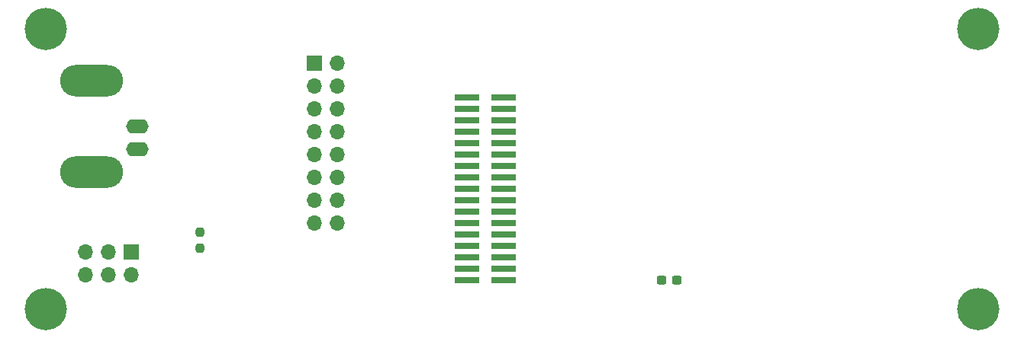
<source format=gbr>
%TF.GenerationSoftware,KiCad,Pcbnew,7.0.6-7.0.6~ubuntu22.04.1*%
%TF.CreationDate,2023-08-01T10:33:02-04:00*%
%TF.ProjectId,test-board,74657374-2d62-46f6-9172-642e6b696361,rev?*%
%TF.SameCoordinates,Original*%
%TF.FileFunction,Soldermask,Top*%
%TF.FilePolarity,Negative*%
%FSLAX46Y46*%
G04 Gerber Fmt 4.6, Leading zero omitted, Abs format (unit mm)*
G04 Created by KiCad (PCBNEW 7.0.6-7.0.6~ubuntu22.04.1) date 2023-08-01 10:33:02*
%MOMM*%
%LPD*%
G01*
G04 APERTURE LIST*
G04 Aperture macros list*
%AMRoundRect*
0 Rectangle with rounded corners*
0 $1 Rounding radius*
0 $2 $3 $4 $5 $6 $7 $8 $9 X,Y pos of 4 corners*
0 Add a 4 corners polygon primitive as box body*
4,1,4,$2,$3,$4,$5,$6,$7,$8,$9,$2,$3,0*
0 Add four circle primitives for the rounded corners*
1,1,$1+$1,$2,$3*
1,1,$1+$1,$4,$5*
1,1,$1+$1,$6,$7*
1,1,$1+$1,$8,$9*
0 Add four rect primitives between the rounded corners*
20,1,$1+$1,$2,$3,$4,$5,0*
20,1,$1+$1,$4,$5,$6,$7,0*
20,1,$1+$1,$6,$7,$8,$9,0*
20,1,$1+$1,$8,$9,$2,$3,0*%
G04 Aperture macros list end*
%ADD10C,4.700000*%
%ADD11RoundRect,0.237500X0.237500X-0.250000X0.237500X0.250000X-0.237500X0.250000X-0.237500X-0.250000X0*%
%ADD12RoundRect,0.237500X0.300000X0.237500X-0.300000X0.237500X-0.300000X-0.237500X0.300000X-0.237500X0*%
%ADD13R,1.700000X1.700000*%
%ADD14O,1.700000X1.700000*%
%ADD15R,2.794000X0.736600*%
%ADD16O,2.500000X1.600000*%
%ADD17O,7.000000X3.500000*%
G04 APERTURE END LIST*
D10*
%TO.C,H4*%
X172085000Y-53975000D03*
%TD*%
%TO.C,H3*%
X68580000Y-53975000D03*
%TD*%
%TO.C,H2*%
X172085000Y-22860000D03*
%TD*%
%TO.C,H1*%
X68580000Y-22860000D03*
%TD*%
D11*
%TO.C,R1*%
X85725000Y-47267500D03*
X85725000Y-45442500D03*
%TD*%
D12*
%TO.C,C1*%
X138617500Y-50800000D03*
X136892500Y-50800000D03*
%TD*%
D13*
%TO.C,J5*%
X98425000Y-26670000D03*
D14*
X100965000Y-26670000D03*
X98425000Y-29210000D03*
X100965000Y-29210000D03*
X98425000Y-31750000D03*
X100965000Y-31750000D03*
X98425000Y-34290000D03*
X100965000Y-34290000D03*
X98425000Y-36830000D03*
X100965000Y-36830000D03*
X98425000Y-39370000D03*
X100965000Y-39370000D03*
X98425000Y-41910000D03*
X100965000Y-41910000D03*
X98425000Y-44450000D03*
X100965000Y-44450000D03*
%TD*%
D15*
%TO.C,J1*%
X115316000Y-30480000D03*
X119380000Y-30480000D03*
X115316000Y-31750000D03*
X119380000Y-31750000D03*
X115316000Y-33020000D03*
X119380000Y-33020000D03*
X115316000Y-34290000D03*
X119380000Y-34290000D03*
X115316000Y-35560000D03*
X119380000Y-35560000D03*
X115316000Y-36830000D03*
X119380000Y-36830000D03*
X115316000Y-38100000D03*
X119380000Y-38100000D03*
X115316000Y-39370000D03*
X119380000Y-39370000D03*
X115316000Y-40640000D03*
X119380000Y-40640000D03*
X115316000Y-41910000D03*
X119380000Y-41910000D03*
X115316000Y-43180000D03*
X119380000Y-43180000D03*
X115316000Y-44450000D03*
X119380000Y-44450000D03*
X115316000Y-45720000D03*
X119380000Y-45720000D03*
X115316000Y-46990000D03*
X119380000Y-46990000D03*
X115316000Y-48260000D03*
X119380000Y-48260000D03*
X115316000Y-49530000D03*
X119380000Y-49530000D03*
X115316000Y-50800000D03*
X119380000Y-50800000D03*
%TD*%
D13*
%TO.C,J6*%
X78090000Y-47620000D03*
D14*
X78090000Y-50160000D03*
X75550000Y-47620000D03*
X75550000Y-50160000D03*
X73010000Y-47620000D03*
X73010000Y-50160000D03*
%TD*%
D16*
%TO.C,J4*%
X78740000Y-33655000D03*
D17*
X73660000Y-38735000D03*
D16*
X78740000Y-36195000D03*
D17*
X73660000Y-28575000D03*
%TD*%
M02*

</source>
